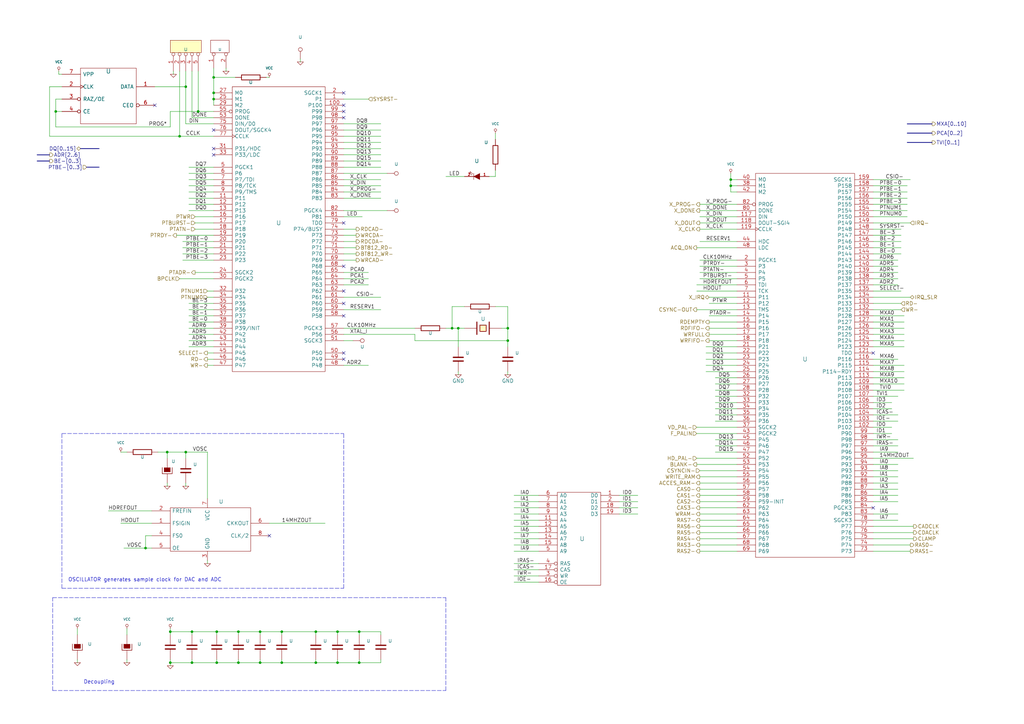
<source format=kicad_sch>
(kicad_sch (version 20220822) (generator eeschema)
  (paper "A3")
  (title_block (title "Video") (date "Sun 22 Mar 2015") (rev "2.0B") (company "Kicad EDA") (comment 1 "Xilinxs"))
  (junction (at 129.54 271.78) (diameter 0.9144))
  (junction (at 106.68 271.78) (diameter 0.9144))
  (junction (at 115.57 259.08) (diameter 0.9144))
  (junction (at 73.66 55.88) (diameter 0.9144))
  (junction (at 147.32 271.78) (diameter 0.9144))
  (junction (at 97.79 259.08) (diameter 0.9144))
  (junction (at 147.32 259.08) (diameter 0.9144))
  (junction (at 208.28 134.62) (diameter 0.9144))
  (junction (at 106.68 259.08) (diameter 0.9144))
  (junction (at 97.79 271.78) (diameter 0.9144))
  (junction (at 87.63 31.75) (diameter 0.9144))
  (junction (at 87.63 38.1) (diameter 0.9144))
  (junction (at 78.74 271.78) (diameter 0.9144))
  (junction (at 138.43 271.78) (diameter 0.9144))
  (junction (at 81.28 45.72) (diameter 0.9144))
  (junction (at 69.85 259.08) (diameter 0.9144))
  (junction (at 76.2 35.56) (diameter 0.9144))
  (junction (at 138.43 259.08) (diameter 0.9144))
  (junction (at 299.72 76.2) (diameter 0.9144))
  (junction (at 69.85 271.78) (diameter 0.9144))
  (junction (at 129.54 259.08) (diameter 0.9144))
  (junction (at 76.2 185.42) (diameter 0.9144))
  (junction (at 299.72 73.66) (diameter 0.9144))
  (junction (at 185.42 134.62) (diameter 0.9144))
  (junction (at 115.57 271.78) (diameter 0.9144))
  (junction (at 78.74 259.08) (diameter 0.9144))
  (junction (at 88.9 259.08) (diameter 0.9144))
  (junction (at 22.86 45.72) (diameter 0.9144))
  (junction (at 88.9 271.78) (diameter 0.9144))
  (junction (at 59.69 224.79) (diameter 0.9144))
  (junction (at 68.58 185.42) (diameter 0.9144))
  (junction (at 187.96 134.62) (diameter 0.9144))
  (junction (at 87.63 40.64) (diameter 0.9144))
  (junction (at 208.28 139.7) (diameter 0.9144))
  (no_connect (at 140.97 119.38))
  (no_connect (at 140.97 45.72))
  (no_connect (at 140.97 109.22))
  (no_connect (at 87.63 60.96))
  (no_connect (at 140.97 43.18))
  (no_connect (at 140.97 38.1))
  (no_connect (at 358.14 144.78))
  (no_connect (at 140.97 129.54))
  (no_connect (at 140.97 147.32))
  (no_connect (at 140.97 124.46))
  (no_connect (at 358.14 208.28))
  (no_connect (at 63.5 43.18))
  (no_connect (at 140.97 144.78))
  (no_connect (at 87.63 63.5))
  (no_connect (at 140.97 91.44))
  (no_connect (at 110.49 219.71))
  (no_connect (at 140.97 48.26))
  (no_connect (at 87.63 53.34))
  (wire (pts (xy 76.2 185.42) (xy 85.09 185.42)))
  (wire (pts (xy 73.66 55.88) (xy 87.63 55.88)))
  (wire (pts (xy 129.54 271.78) (xy 138.43 271.78)))
  (wire (pts (xy 85.09 149.86) (xy 87.63 149.86)))
  (wire (pts (xy 220.98 220.98) (xy 210.82 220.98)))
  (wire (pts (xy 287.02 210.82) (xy 302.26 210.82)))
  (wire (pts (xy 78.74 29.21) (xy 78.74 48.26)))
  (wire (pts (xy 358.14 162.56) (xy 368.3 162.56)))
  (wire (pts (xy 87.63 132.08) (xy 77.47 132.08)))
  (wire (pts (xy 78.74 48.26) (xy 87.63 48.26)))
  (wire (pts (xy 203.2 54.61) (xy 203.2 57.15)))
  (wire (pts (xy 208.28 125.73) (xy 208.28 134.62)))
  (wire (pts (xy 358.14 139.7) (xy 370.84 139.7)))
  (wire (pts (xy 140.97 101.6) (xy 146.05 101.6)))
  (wire (pts (xy 302.26 152.4) (xy 289.56 152.4)))
  (wire (pts (xy 24.13 30.48) (xy 25.4 30.48)))
  (wire (pts (xy 302.26 137.16) (xy 290.83 137.16)))
  (wire (pts (xy 68.58 199.39) (xy 68.58 198.12)))
  (wire (pts (xy 299.72 78.74) (xy 302.26 78.74)))
  (wire (pts (xy 358.14 177.8) (xy 365.76 177.8)))
  (wire (pts (xy 368.3 182.88) (xy 358.14 182.88)))
  (wire (pts (xy 287.02 208.28) (xy 302.26 208.28)))
  (wire (pts (xy 140.97 121.92) (xy 156.21 121.92)))
  (wire (pts (xy 358.14 154.94) (xy 370.84 154.94)))
  (wire (pts (xy 77.47 76.2) (xy 87.63 76.2)))
  (wire (pts (xy 52.07 271.78) (xy 52.07 270.51)))
  (wire (pts (xy 358.14 147.32) (xy 368.3 147.32)))
  (wire (pts (xy 140.97 50.8) (xy 156.21 50.8)))
  (wire (pts (xy 115.57 259.08) (xy 115.57 260.35)))
  (wire (pts (xy 358.14 187.96) (xy 374.65 187.96)))
  (wire (pts (xy 123.19 24.13) (xy 123.19 25.4)))
  (wire (pts (xy 358.14 175.26) (xy 365.76 175.26)))
  (wire (pts (xy 287.02 193.04) (xy 302.26 193.04)))
  (wire (pts (xy 299.72 73.66) (xy 302.26 73.66)))
  (wire (pts (xy 287.02 226.06) (xy 302.26 226.06)))
  (wire (pts (xy 302.26 114.3) (xy 287.02 114.3)))
  (wire (pts (xy 140.97 86.36) (xy 158.75 86.36)))
  (wire (pts (xy 187.96 153.67) (xy 187.96 152.4)))
  (bus (pts (xy 33.02 60.96) (xy 40.64 60.96)))
  (wire (pts (xy 220.98 218.44) (xy 210.82 218.44)))
  (wire (pts (xy 254 210.82) (xy 261.62 210.82)))
  (wire (pts (xy 87.63 139.7) (xy 77.47 139.7)))
  (wire (pts (xy 52.07 185.42) (xy 49.53 185.42)))
  (wire (pts (xy 140.97 104.14) (xy 146.05 104.14)))
  (wire (pts (xy 287.02 203.2) (xy 302.26 203.2)))
  (wire (pts (xy 220.98 205.74) (xy 210.82 205.74)))
  (wire (pts (xy 20.32 35.56) (xy 20.32 55.88)))
  (wire (pts (xy 140.97 53.34) (xy 156.21 53.34)))
  (wire (pts (xy 87.63 129.54) (xy 77.47 129.54)))
  (wire (pts (xy 140.97 78.74) (xy 156.21 78.74)))
  (wire (pts (xy 302.26 147.32) (xy 289.56 147.32)))
  (wire (pts (xy 293.37 167.64) (xy 302.26 167.64)))
  (wire (pts (xy 138.43 271.78) (xy 147.32 271.78)))
  (wire (pts (xy 358.14 223.52) (xy 373.38 223.52)))
  (wire (pts (xy 299.72 71.12) (xy 299.72 73.66)))
  (wire (pts (xy 69.85 45.72) (xy 81.28 45.72)))
  (wire (pts (xy 140.97 73.66) (xy 156.21 73.66)))
  (wire (pts (xy 293.37 185.42) (xy 302.26 185.42)))
  (wire (pts (xy 290.83 134.62) (xy 302.26 134.62)))
  (wire (pts (xy 358.14 160.02) (xy 370.84 160.02)))
  (wire (pts (xy 77.47 86.36) (xy 87.63 86.36)))
  (wire (pts (xy 170.18 139.7) (xy 170.18 137.16)))
  (wire (pts (xy 69.85 271.78) (xy 69.85 273.05)))
  (wire (pts (xy 140.97 68.58) (xy 156.21 68.58)))
  (wire (pts (xy 182.88 72.39) (xy 190.5 72.39)))
  (wire (pts (xy 290.83 139.7) (xy 302.26 139.7)))
  (wire (pts (xy 88.9 259.08) (xy 88.9 260.35)))
  (wire (pts (xy 358.14 215.9) (xy 374.65 215.9)))
  (wire (pts (xy 52.07 257.81) (xy 52.07 260.35)))
  (wire (pts (xy 88.9 270.51) (xy 88.9 271.78)))
  (wire (pts (xy 369.57 96.52) (xy 358.14 96.52)))
  (wire (pts (xy 88.9 271.78) (xy 97.79 271.78)))
  (wire (pts (xy 358.14 134.62) (xy 370.84 134.62)))
  (wire (pts (xy 287.02 93.98) (xy 302.26 93.98)))
  (polyline (pts (xy 25.4 177.8) (xy 140.97 177.8)) (stroke (width 0) (type dash)))
  (wire (pts (xy 368.3 203.2) (xy 358.14 203.2)))
  (wire (pts (xy 140.97 139.7) (xy 144.78 139.7)))
  (wire (pts (xy 368.3 198.12) (xy 358.14 198.12)))
  (wire (pts (xy 358.14 73.66) (xy 373.38 73.66)))
  (wire (pts (xy 156.21 271.78) (xy 156.21 270.51)))
  (wire (pts (xy 87.63 38.1) (xy 87.63 40.64)))
  (wire (pts (xy 129.54 259.08) (xy 138.43 259.08)))
  (wire (pts (xy 140.97 76.2) (xy 156.21 76.2)))
  (wire (pts (xy 80.01 93.98) (xy 87.63 93.98)))
  (wire (pts (xy 220.98 213.36) (xy 210.82 213.36)))
  (wire (pts (xy 140.97 106.68) (xy 146.05 106.68)))
  (wire (pts (xy 24.13 29.21) (xy 24.13 30.48)))
  (wire (pts (xy 358.14 165.1) (xy 365.76 165.1)))
  (wire (pts (xy 115.57 271.78) (xy 129.54 271.78)))
  (wire (pts (xy 77.47 71.12) (xy 87.63 71.12)))
  (wire (pts (xy 88.9 259.08) (xy 97.79 259.08)))
  (wire (pts (xy 87.63 101.6) (xy 74.93 101.6)))
  (wire (pts (xy 147.32 271.78) (xy 156.21 271.78)))
  (wire (pts (xy 302.26 109.22) (xy 287.02 109.22)))
  (wire (pts (xy 372.11 88.9) (xy 358.14 88.9)))
  (wire (pts (xy 140.97 81.28) (xy 156.21 81.28)))
  (wire (pts (xy 372.11 83.82) (xy 358.14 83.82)))
  (wire (pts (xy 358.14 149.86) (xy 370.84 149.86)))
  (wire (pts (xy 254 205.74) (xy 261.62 205.74)))
  (wire (pts (xy 293.37 162.56) (xy 302.26 162.56)))
  (wire (pts (xy 368.3 172.72) (xy 358.14 172.72)))
  (wire (pts (xy 358.14 91.44) (xy 373.38 91.44)))
  (wire (pts (xy 372.11 86.36) (xy 358.14 86.36)))
  (bus (pts (xy 15.24 63.5) (xy 20.32 63.5)))
  (wire (pts (xy 69.85 259.08) (xy 69.85 260.35)))
  (polyline (pts (xy 25.4 241.3) (xy 140.97 241.3)) (stroke (width 0) (type dash)))
  (wire (pts (xy 299.72 73.66) (xy 299.72 76.2)))
  (wire (pts (xy 80.01 88.9) (xy 87.63 88.9)))
  (wire (pts (xy 78.74 260.35) (xy 78.74 259.08)))
  (wire (pts (xy 59.69 224.79) (xy 59.69 219.71)))
  (wire (pts (xy 358.14 121.92) (xy 373.38 121.92)))
  (wire (pts (xy 50.8 224.79) (xy 59.69 224.79)))
  (wire (pts (xy 115.57 270.51) (xy 115.57 271.78)))
  (wire (pts (xy 287.02 215.9) (xy 302.26 215.9)))
  (wire (pts (xy 71.12 30.48) (xy 71.12 29.21)))
  (wire (pts (xy 69.85 271.78) (xy 78.74 271.78)))
  (wire (pts (xy 140.97 111.76) (xy 151.13 111.76)))
  (wire (pts (xy 358.14 142.24) (xy 370.84 142.24)))
  (bus (pts (xy 372.11 50.8) (xy 382.27 50.8)))
  (wire (pts (xy 220.98 238.76) (xy 210.82 238.76)))
  (wire (pts (xy 77.47 83.82) (xy 87.63 83.82)))
  (wire (pts (xy 140.97 99.06) (xy 146.05 99.06)))
  (wire (pts (xy 110.49 31.75) (xy 109.22 31.75)))
  (wire (pts (xy 140.97 88.9) (xy 148.59 88.9)))
  (wire (pts (xy 138.43 259.08) (xy 147.32 259.08)))
  (wire (pts (xy 77.47 81.28) (xy 87.63 81.28)))
  (wire (pts (xy 285.75 177.8) (xy 302.26 177.8)))
  (wire (pts (xy 287.02 223.52) (xy 302.26 223.52)))
  (wire (pts (xy 140.97 93.98) (xy 146.05 93.98)))
  (wire (pts (xy 205.74 134.62) (xy 208.28 134.62)))
  (wire (pts (xy 368.3 210.82) (xy 358.14 210.82)))
  (wire (pts (xy 182.88 134.62) (xy 185.42 134.62)))
  (bus (pts (xy 15.24 66.04) (xy 20.32 66.04)))
  (wire (pts (xy 358.14 132.08) (xy 370.84 132.08)))
  (wire (pts (xy 156.21 127) (xy 140.97 127)))
  (wire (pts (xy 287.02 200.66) (xy 302.26 200.66)))
  (wire (pts (xy 287.02 88.9) (xy 302.26 88.9)))
  (wire (pts (xy 77.47 73.66) (xy 87.63 73.66)))
  (wire (pts (xy 368.3 205.74) (xy 358.14 205.74)))
  (wire (pts (xy 85.09 144.78) (xy 87.63 144.78)))
  (wire (pts (xy 208.28 134.62) (xy 208.28 139.7)))
  (wire (pts (xy 87.63 27.94) (xy 87.63 31.75)))
  (polyline (pts (xy 21.59 283.21) (xy 182.88 283.21)) (stroke (width 0) (type dash)))
  (wire (pts (xy 76.2 35.56) (xy 76.2 50.8)))
  (wire (pts (xy 20.32 55.88) (xy 73.66 55.88)))
  (wire (pts (xy 187.96 134.62) (xy 187.96 142.24)))
  (wire (pts (xy 302.26 99.06) (xy 287.02 99.06)))
  (wire (pts (xy 358.14 106.68) (xy 368.3 106.68)))
  (wire (pts (xy 78.74 270.51) (xy 78.74 271.78)))
  (wire (pts (xy 85.09 147.32) (xy 87.63 147.32)))
  (wire (pts (xy 85.09 119.38) (xy 87.63 119.38)))
  (wire (pts (xy 140.97 116.84) (xy 151.13 116.84)))
  (wire (pts (xy 285.75 187.96) (xy 302.26 187.96)))
  (wire (pts (xy 358.14 129.54) (xy 370.84 129.54)))
  (wire (pts (xy 220.98 215.9) (xy 210.82 215.9)))
  (wire (pts (xy 92.71 29.21) (xy 92.71 27.94)))
  (wire (pts (xy 76.2 185.42) (xy 76.2 187.96)))
  (wire (pts (xy 293.37 165.1) (xy 302.26 165.1)))
  (wire (pts (xy 368.3 180.34) (xy 358.14 180.34)))
  (wire (pts (xy 22.86 40.64) (xy 22.86 45.72)))
  (wire (pts (xy 76.2 199.39) (xy 76.2 198.12)))
  (wire (pts (xy 72.39 96.52) (xy 87.63 96.52)))
  (wire (pts (xy 44.45 209.55) (xy 62.23 209.55)))
  (wire (pts (xy 369.57 104.14) (xy 358.14 104.14)))
  (polyline (pts (xy 21.59 245.11) (xy 182.88 245.11)) (stroke (width 0) (type dash)))
  (wire (pts (xy 77.47 68.58) (xy 87.63 68.58)))
  (wire (pts (xy 151.13 149.86) (xy 140.97 149.86)))
  (wire (pts (xy 287.02 86.36) (xy 302.26 86.36)))
  (wire (pts (xy 372.11 78.74) (xy 358.14 78.74)))
  (wire (pts (xy 302.26 142.24) (xy 289.56 142.24)))
  (wire (pts (xy 63.5 35.56) (xy 76.2 35.56)))
  (wire (pts (xy 87.63 134.62) (xy 77.47 134.62)))
  (wire (pts (xy 220.98 226.06) (xy 210.82 226.06)))
  (wire (pts (xy 31.75 271.78) (xy 31.75 270.51)))
  (wire (pts (xy 69.85 52.07) (xy 69.85 45.72)))
  (wire (pts (xy 368.3 190.5) (xy 358.14 190.5)))
  (wire (pts (xy 187.96 134.62) (xy 190.5 134.62)))
  (wire (pts (xy 147.32 259.08) (xy 147.32 260.35)))
  (wire (pts (xy 368.3 213.36) (xy 358.14 213.36)))
  (wire (pts (xy 287.02 83.82) (xy 302.26 83.82)))
  (wire (pts (xy 185.42 125.73) (xy 190.5 125.73)))
  (wire (pts (xy 358.14 119.38) (xy 369.57 119.38)))
  (wire (pts (xy 287.02 106.68) (xy 302.26 106.68)))
  (wire (pts (xy 208.28 139.7) (xy 208.28 142.24)))
  (wire (pts (xy 25.4 45.72) (xy 22.86 45.72)))
  (wire (pts (xy 129.54 259.08) (xy 129.54 260.35)))
  (wire (pts (xy 85.09 185.42) (xy 85.09 204.47)))
  (wire (pts (xy 185.42 125.73) (xy 185.42 134.62)))
  (wire (pts (xy 68.58 185.42) (xy 76.2 185.42)))
  (wire (pts (xy 358.14 167.64) (xy 365.76 167.64)))
  (wire (pts (xy 293.37 172.72) (xy 302.26 172.72)))
  (wire (pts (xy 358.14 218.44) (xy 374.65 218.44)))
  (bus (pts (xy 35.56 68.58) (xy 40.64 68.58)))
  (wire (pts (xy 77.47 78.74) (xy 87.63 78.74)))
  (wire (pts (xy 68.58 185.42) (xy 68.58 187.96)))
  (wire (pts (xy 368.3 111.76) (xy 358.14 111.76)))
  (wire (pts (xy 22.86 45.72) (xy 22.86 52.07)))
  (wire (pts (xy 49.53 214.63) (xy 62.23 214.63)))
  (wire (pts (xy 87.63 99.06) (xy 74.93 99.06)))
  (wire (pts (xy 59.69 219.71) (xy 62.23 219.71)))
  (bus (pts (xy 372.11 54.61) (xy 382.27 54.61)))
  (wire (pts (xy 287.02 198.12) (xy 302.26 198.12)))
  (wire (pts (xy 140.97 55.88) (xy 156.21 55.88)))
  (wire (pts (xy 156.21 259.08) (xy 156.21 260.35)))
  (wire (pts (xy 85.09 121.92) (xy 87.63 121.92)))
  (wire (pts (xy 293.37 182.88) (xy 302.26 182.88)))
  (wire (pts (xy 368.3 195.58) (xy 358.14 195.58)))
  (wire (pts (xy 185.42 134.62) (xy 187.96 134.62)))
  (wire (pts (xy 140.97 96.52) (xy 146.05 96.52)))
  (wire (pts (xy 287.02 220.98) (xy 302.26 220.98)))
  (wire (pts (xy 138.43 271.78) (xy 138.43 270.51)))
  (wire (pts (xy 302.26 149.86) (xy 289.56 149.86)))
  (wire (pts (xy 106.68 259.08) (xy 106.68 260.35)))
  (wire (pts (xy 64.77 185.42) (xy 68.58 185.42)))
  (wire (pts (xy 140.97 134.62) (xy 170.18 134.62)))
  (wire (pts (xy 220.98 203.2) (xy 210.82 203.2)))
  (wire (pts (xy 287.02 195.58) (xy 302.26 195.58)))
  (wire (pts (xy 368.3 114.3) (xy 358.14 114.3)))
  (wire (pts (xy 81.28 45.72) (xy 87.63 45.72)))
  (wire (pts (xy 129.54 271.78) (xy 129.54 270.51)))
  (wire (pts (xy 299.72 76.2) (xy 302.26 76.2)))
  (wire (pts (xy 78.74 271.78) (xy 88.9 271.78)))
  (wire (pts (xy 358.14 226.06) (xy 373.38 226.06)))
  (wire (pts (xy 147.32 259.08) (xy 156.21 259.08)))
  (wire (pts (xy 97.79 259.08) (xy 106.68 259.08)))
  (wire (pts (xy 358.14 124.46) (xy 369.57 124.46)))
  (wire (pts (xy 106.68 271.78) (xy 115.57 271.78)))
  (wire (pts (xy 368.3 185.42) (xy 358.14 185.42)))
  (wire (pts (xy 59.69 224.79) (xy 62.23 224.79)))
  (wire (pts (xy 285.75 116.84) (xy 302.26 116.84)))
  (wire (pts (xy 254 203.2) (xy 261.62 203.2)))
  (wire (pts (xy 293.37 170.18) (xy 302.26 170.18)))
  (wire (pts (xy 302.26 124.46) (xy 290.83 124.46)))
  (wire (pts (xy 293.37 180.34) (xy 302.26 180.34)))
  (wire (pts (xy 31.75 257.81) (xy 31.75 260.35)))
  (wire (pts (xy 110.49 214.63) (xy 133.35 214.63)))
  (wire (pts (xy 302.26 129.54) (xy 290.83 129.54)))
  (wire (pts (xy 106.68 259.08) (xy 115.57 259.08)))
  (wire (pts (xy 220.98 231.14) (xy 210.82 231.14)))
  (wire (pts (xy 220.98 236.22) (xy 210.82 236.22)))
  (wire (pts (xy 81.28 29.21) (xy 81.28 45.72)))
  (wire (pts (xy 106.68 270.51) (xy 106.68 271.78)))
  (wire (pts (xy 87.63 127) (xy 77.47 127)))
  (wire (pts (xy 69.85 270.51) (xy 69.85 271.78)))
  (wire (pts (xy 220.98 223.52) (xy 210.82 223.52)))
  (wire (pts (xy 203.2 125.73) (xy 208.28 125.73)))
  (wire (pts (xy 147.32 271.78) (xy 147.32 270.51)))
  (wire (pts (xy 140.97 60.96) (xy 156.21 60.96)))
  (wire (pts (xy 69.85 257.81) (xy 69.85 259.08)))
  (wire (pts (xy 368.3 193.04) (xy 358.14 193.04)))
  (wire (pts (xy 358.14 137.16) (xy 370.84 137.16)))
  (wire (pts (xy 293.37 160.02) (xy 302.26 160.02)))
  (polyline (pts (xy 182.88 283.21) (xy 182.88 245.11)) (stroke (width 0) (type dash)))
  (wire (pts (xy 285.75 190.5) (xy 302.26 190.5)))
  (wire (pts (xy 208.28 152.4) (xy 208.28 153.67)))
  (wire (pts (xy 285.75 119.38) (xy 302.26 119.38)))
  (wire (pts (xy 372.11 76.2) (xy 358.14 76.2)))
  (wire (pts (xy 140.97 66.04) (xy 156.21 66.04)))
  (wire (pts (xy 302.26 144.78) (xy 289.56 144.78)))
  (wire (pts (xy 87.63 104.14) (xy 74.93 104.14)))
  (wire (pts (xy 220.98 208.28) (xy 210.82 208.28)))
  (wire (pts (xy 203.2 72.39) (xy 203.2 69.85)))
  (wire (pts (xy 140.97 114.3) (xy 151.13 114.3)))
  (wire (pts (xy 87.63 40.64) (xy 87.63 43.18)))
  (wire (pts (xy 220.98 210.82) (xy 210.82 210.82)))
  (wire (pts (xy 87.63 142.24) (xy 77.47 142.24)))
  (wire (pts (xy 302.26 111.76) (xy 287.02 111.76)))
  (wire (pts (xy 285.75 175.26) (xy 302.26 175.26)))
  (wire (pts (xy 369.57 99.06) (xy 358.14 99.06)))
  (wire (pts (xy 372.11 81.28) (xy 358.14 81.28)))
  (wire (pts (xy 369.57 93.98) (xy 358.14 93.98)))
  (wire (pts (xy 287.02 218.44) (xy 302.26 218.44)))
  (wire (pts (xy 299.72 76.2) (xy 299.72 78.74)))
  (wire (pts (xy 368.3 109.22) (xy 358.14 109.22)))
  (wire (pts (xy 138.43 259.08) (xy 138.43 260.35)))
  (wire (pts (xy 358.14 220.98) (xy 374.65 220.98)))
  (wire (pts (xy 87.63 114.3) (xy 73.66 114.3)))
  (wire (pts (xy 254 208.28) (xy 261.62 208.28)))
  (wire (pts (xy 87.63 31.75) (xy 87.63 38.1)))
  (wire (pts (xy 220.98 233.68) (xy 210.82 233.68)))
  (wire (pts (xy 302.26 121.92) (xy 290.83 121.92)))
  (wire (pts (xy 302.26 132.08) (xy 290.83 132.08)))
  (wire (pts (xy 151.13 40.64) (xy 140.97 40.64)))
  (polyline (pts (xy 25.4 241.3) (xy 25.4 177.8)) (stroke (width 0) (type dash)))
  (bus (pts (xy 372.11 58.42) (xy 382.27 58.42)))
  (polyline (pts (xy 21.59 283.21) (xy 21.59 245.11)) (stroke (width 0) (type dash)))
  (wire (pts (xy 97.79 271.78) (xy 106.68 271.78)))
  (wire (pts (xy 287.02 205.74) (xy 302.26 205.74)))
  (wire (pts (xy 208.28 139.7) (xy 170.18 139.7)))
  (wire (pts (xy 73.66 29.21) (xy 73.66 55.88)))
  (wire (pts (xy 22.86 52.07) (xy 69.85 52.07)))
  (wire (pts (xy 80.01 91.44) (xy 87.63 91.44)))
  (wire (pts (xy 96.52 31.75) (xy 87.63 31.75)))
  (wire (pts (xy 200.66 72.39) (xy 203.2 72.39)))
  (wire (pts (xy 287.02 213.36) (xy 302.26 213.36)))
  (wire (pts (xy 87.63 124.46) (xy 77.47 124.46)))
  (wire (pts (xy 87.63 137.16) (xy 77.47 137.16)))
  (wire (pts (xy 358.14 127) (xy 369.57 127)))
  (wire (pts (xy 358.14 152.4) (xy 370.84 152.4)))
  (wire (pts (xy 25.4 35.56) (xy 20.32 35.56)))
  (wire (pts (xy 87.63 106.68) (xy 74.93 106.68)))
  (wire (pts (xy 358.14 157.48) (xy 370.84 157.48)))
  (wire (pts (xy 97.79 270.51) (xy 97.79 271.78)))
  (polyline (pts (xy 140.97 241.3) (xy 140.97 177.8)) (stroke (width 0) (type dash)))
  (wire (pts (xy 368.3 170.18) (xy 358.14 170.18)))
  (wire (pts (xy 285.75 101.6) (xy 302.26 101.6)))
  (wire (pts (xy 285.75 127) (xy 302.26 127)))
  (wire (pts (xy 140.97 71.12) (xy 158.75 71.12)))
  (wire (pts (xy 369.57 101.6) (xy 358.14 101.6)))
  (wire (pts (xy 25.4 40.64) (xy 22.86 40.64)))
  (wire (pts (xy 85.09 229.87) (xy 85.09 231.14)))
  (wire (pts (xy 76.2 50.8) (xy 87.63 50.8)))
  (wire (pts (xy 140.97 63.5) (xy 156.21 63.5)))
  (wire (pts (xy 69.85 259.08) (xy 78.74 259.08)))
  (wire (pts (xy 76.2 29.21) (xy 76.2 35.56)))
  (wire (pts (xy 368.3 116.84) (xy 358.14 116.84)))
  (wire (pts (xy 287.02 91.44) (xy 302.26 91.44)))
  (wire (pts (xy 78.74 259.08) (xy 88.9 259.08)))
  (wire (pts (xy 115.57 259.08) (xy 129.54 259.08)))
  (wire (pts (xy 368.3 200.66) (xy 358.14 200.66)))
  (wire (pts (xy 80.01 111.76) (xy 87.63 111.76)))
  (wire (pts (xy 302.26 154.94) (xy 293.37 154.94)))
  (wire (pts (xy 140.97 58.42) (xy 156.21 58.42)))
  (wire (pts (xy 170.18 137.16) (xy 140.97 137.16)))
  (wire (pts (xy 97.79 260.35) (xy 97.79 259.08)))
  (wire (pts (xy 302.26 157.48) (xy 293.37 157.48)))
  (text "Decoupling" (at 34.29 280.67 0) (effects (font (size 1.524 1.524)) (justify left bottom)))
  (text "OSCILLATOR generates sample clock for DAC and ADC" (at 27.94 238.76 0) (effects (font (size 1.524 1.524)) (justify left bottom)))
  (label "X_CLK" (at 143.51 73.66 0) (effects (font (size 1.524 1.524))))
  (label "TVI0" (at 360.68 160.02 0) (effects (font (size 1.524 1.524))))
  (label "DQ1" (at 80.01 83.82 0) (effects (font (size 1.524 1.524))))
  (label "CSIO-" (at 146.05 121.92 0) (effects (font (size 1.524 1.524))))
  (label "BE-0" (at 360.68 104.14 0) (effects (font (size 1.524 1.524))))
  (label "IA9" (at 213.36 226.06 0) (effects (font (size 1.524 1.524))))
  (label "IA3" (at 360.68 200.66 0) (effects (font (size 1.524 1.524))))
  (label "BE-3" (at 78.74 124.46 0) (effects (font (size 1.524 1.524))))
  (label "RESERV1" (at 143.51 127 0) (effects (font (size 1.524 1.524))))
  (label "DQ11" (at 146.05 58.42 0) (effects (font (size 1.524 1.524))))
  (label "DQ0" (at 80.01 86.36 0) (effects (font (size 1.524 1.524))))
  (label "ID2" (at 255.27 208.28 0) (effects (font (size 1.524 1.524))))
  (label "MXA8" (at 360.68 152.4 0) (effects (font (size 1.524 1.524))))
  (label "MXA2" (at 360.68 134.62 0) (effects (font (size 1.524 1.524))))
  (label "DONE" (at 78.74 48.26 0) (effects (font (size 1.524 1.524))))
  (label "ADR5" (at 78.74 137.16 0) (effects (font (size 1.524 1.524))))
  (label "MXA1" (at 360.68 132.08 0) (effects (font (size 1.524 1.524))))
  (label "PTBE-2" (at 360.68 81.28 0) (effects (font (size 1.524 1.524))))
  (label "BE-0" (at 78.74 132.08 0) (effects (font (size 1.524 1.524))))
  (label "14MHZOUT" (at 115.57 214.63 0) (effects (font (size 1.524 1.524))))
  (label "DQ5" (at 80.01 76.2 0) (effects (font (size 1.524 1.524))))
  (label "PTBE-1" (at 76.2 101.6 0) (effects (font (size 1.524 1.524))))
  (label "IRAS-" (at 359.41 182.88 0) (effects (font (size 1.524 1.524))))
  (label "HDOUT" (at 288.29 119.38 0) (effects (font (size 1.524 1.524))))
  (label "ADR6" (at 360.68 106.68 0) (effects (font (size 1.524 1.524))))
  (label "X_PROG-" (at 289.56 83.82 0) (effects (font (size 1.524 1.524))))
  (label "DQ1" (at 292.1 144.78 0) (effects (font (size 1.524 1.524))))
  (label "ADR2" (at 142.24 149.86 0) (effects (font (size 1.524 1.524))))
  (label "PTBE-3" (at 360.68 83.82 0) (effects (font (size 1.524 1.524))))
  (label "PCA1" (at 143.51 114.3 0) (effects (font (size 1.524 1.524))))
  (label "IA4" (at 213.36 213.36 0) (effects (font (size 1.524 1.524))))
  (label "DQ4" (at 292.1 152.4 0) (effects (font (size 1.524 1.524))))
  (label "ADR3" (at 360.68 114.3 0) (effects (font (size 1.524 1.524))))
  (label "MXA6" (at 360.68 147.32 0) (effects (font (size 1.524 1.524))))
  (label "DIN" (at 77.47 50.8 0) (effects (font (size 1.524 1.524))))
  (label "MXA4" (at 360.68 139.7 0) (effects (font (size 1.524 1.524))))
  (label "IA7" (at 360.68 213.36 0) (effects (font (size 1.524 1.524))))
  (label "DQ11" (at 294.64 170.18 0) (effects (font (size 1.524 1.524))))
  (label "DQ2" (at 80.01 81.28 0) (effects (font (size 1.524 1.524))))
  (label "DQ9" (at 294.64 165.1 0) (effects (font (size 1.524 1.524))))
  (label "X_DONE" (at 289.56 86.36 0) (effects (font (size 1.524 1.524))))
  (label "PTADR-" (at 290.83 129.54 0) (effects (font (size 1.524 1.524))))
  (label "HDREFOUT" (at 44.45 209.55 0) (effects (font (size 1.524 1.524))))
  (label "IA8" (at 213.36 223.52 0) (effects (font (size 1.524 1.524))))
  (label "IA2" (at 360.68 198.12 0) (effects (font (size 1.524 1.524))))
  (label "ADR4" (at 360.68 111.76 0) (effects (font (size 1.524 1.524))))
  (label "BE-1" (at 360.68 101.6 0) (effects (font (size 1.524 1.524))))
  (label "DQ7" (at 80.01 68.58 0) (effects (font (size 1.524 1.524))))
  (label "PTNUM0" (at 360.68 88.9 0) (effects (font (size 1.524 1.524))))
  (label "ID1" (at 255.27 205.74 0) (effects (font (size 1.524 1.524))))
  (label "HDOUT" (at 49.53 214.63 0) (effects (font (size 1.524 1.524))))
  (label "X_DIN" (at 289.56 88.9 0) (effects (font (size 1.524 1.524))))
  (label "IA1" (at 360.68 195.58 0) (effects (font (size 1.524 1.524))))
  (label "MXA5" (at 360.68 142.24 0) (effects (font (size 1.524 1.524))))
  (label "DQ9" (at 146.05 53.34 0) (effects (font (size 1.524 1.524))))
  (label "IA8" (at 360.68 193.04 0) (effects (font (size 1.524 1.524))))
  (label "DQ0" (at 292.1 142.24 0) (effects (font (size 1.524 1.524))))
  (label "MXA0" (at 360.68 129.54 0) (effects (font (size 1.524 1.524))))
  (label "RESERV1" (at 289.56 99.06 0) (effects (font (size 1.524 1.524))))
  (label "DQ5" (at 294.64 154.94 0) (effects (font (size 1.524 1.524))))
  (label "PTBE-3" (at 76.2 106.68 0) (effects (font (size 1.524 1.524))))
  (label "ICAS-" (at 359.41 170.18 0) (effects (font (size 1.524 1.524))))
  (label "VOSC" (at 52.07 224.79 0) (effects (font (size 1.524 1.524))))
  (label "TVI1" (at 359.41 162.56 0) (effects (font (size 1.524 1.524))))
  (label "ADR5" (at 360.68 109.22 0) (effects (font (size 1.524 1.524))))
  (label "ADR2" (at 360.68 116.84 0) (effects (font (size 1.524 1.524))))
  (label "DQ14" (at 146.05 68.58 0) (effects (font (size 1.524 1.524))))
  (label "IA7" (at 213.36 220.98 0) (effects (font (size 1.524 1.524))))
  (label "LED" (at 142.24 88.9 0) (effects (font (size 1.524 1.524))))
  (label "DQ15" (at 146.05 66.04 0) (effects (font (size 1.524 1.524))))
  (label "ICAS-" (at 212.09 233.68 0) (effects (font (size 1.524 1.524))))
  (label "MXA7" (at 360.68 149.86 0) (effects (font (size 1.524 1.524))))
  (label "MXA9" (at 360.68 154.94 0) (effects (font (size 1.524 1.524))))
  (label "PCA0" (at 143.51 111.76 0) (effects (font (size 1.524 1.524))))
  (label "VOSC" (at 85.09 185.42 0) (effects (font (size 1.524 1.524))))
  (label "CLK10MHz" (at 288.29 106.68 0) (effects (font (size 1.524 1.524))))
  (label "X_DOUT" (at 289.56 91.44 0) (effects (font (size 1.524 1.524))))
  (label "IA5" (at 213.36 215.9 0) (effects (font (size 1.524 1.524))))
  (label "PCA2" (at 143.51 116.84 0) (effects (font (size 1.524 1.524))))
  (label "MXA3" (at 360.68 137.16 0) (effects (font (size 1.524 1.524))))
  (label "DQ8" (at 146.05 50.8 0) (effects (font (size 1.524 1.524))))
  (label "PTWR" (at 292.1 124.46 0) (effects (font (size 1.524 1.524))))
  (label "IA6" (at 213.36 218.44 0) (effects (font (size 1.524 1.524))))
  (label "IA4" (at 360.68 203.2 0) (effects (font (size 1.524 1.524))))
  (label "X_PROG-" (at 143.51 78.74 0) (effects (font (size 1.524 1.524))))
  (label "SYSRST-" (at 360.68 93.98 0) (effects (font (size 1.524 1.524))))
  (label "BE-3" (at 360.68 96.52 0) (effects (font (size 1.524 1.524))))
  (label "DQ13" (at 146.05 63.5 0) (effects (font (size 1.524 1.524))))
  (label "XTAL_I" (at 143.51 137.16 0) (effects (font (size 1.524 1.524))))
  (label "DQ12" (at 146.05 60.96 0) (effects (font (size 1.524 1.524))))
  (label "CCLK" (at 76.2 55.88 0) (effects (font (size 1.524 1.524))))
  (label "ADR4" (at 78.74 139.7 0) (effects (font (size 1.524 1.524))))
  (label "PROG*" (at 60.96 52.07 0) (effects (font (size 1.524 1.524))))
  (label "DQ3" (at 292.1 149.86 0) (effects (font (size 1.524 1.524))))
  (label "ID1" (at 359.41 177.8 0) (effects (font (size 1.524 1.524))))
  (label "PTATN-" (at 288.29 111.76 0) (effects (font (size 1.524 1.524))))
  (label "IWR-" (at 212.09 236.22 0) (effects (font (size 1.524 1.524))))
  (label "IWR-" (at 359.41 180.34 0) (effects (font (size 1.524 1.524))))
  (label "ID3" (at 359.41 165.1 0) (effects (font (size 1.524 1.524))))
  (label "IA2" (at 213.36 208.28 0) (effects (font (size 1.524 1.524))))
  (label "IA1" (at 213.36 205.74 0) (effects (font (size 1.524 1.524))))
  (label "PTNUM1" (at 360.68 86.36 0) (effects (font (size 1.524 1.524))))
  (label "DQ6" (at 294.64 157.48 0) (effects (font (size 1.524 1.524))))
  (label "IOE-" (at 359.41 172.72 0) (effects (font (size 1.524 1.524))))
  (label "PTRDY-" (at 288.29 109.22 0) (effects (font (size 1.524 1.524))))
  (label "DQ13" (at 294.64 180.34 0) (effects (font (size 1.524 1.524))))
  (label "IA3" (at 213.36 210.82 0) (effects (font (size 1.524 1.524))))
  (label "DQ12" (at 294.64 172.72 0) (effects (font (size 1.524 1.524))))
  (label "ID3" (at 255.27 210.82 0) (effects (font (size 1.524 1.524))))
  (label "X_DONE" (at 143.51 81.28 0) (effects (font (size 1.524 1.524))))
  (label "PTBE-0" (at 76.2 99.06 0) (effects (font (size 1.524 1.524))))
  (label "X_DIN" (at 143.51 76.2 0) (effects (font (size 1.524 1.524))))
  (label "BE-2" (at 78.74 127 0) (effects (font (size 1.524 1.524))))
  (label "IA0" (at 360.68 190.5 0) (effects (font (size 1.524 1.524))))
  (label "ADR6" (at 78.74 134.62 0) (effects (font (size 1.524 1.524))))
  (label "PTBE-0" (at 360.68 76.2 0) (effects (font (size 1.524 1.524))))
  (label "PTBE-2" (at 76.2 104.14 0) (effects (font (size 1.524 1.524))))
  (label "DQ4" (at 80.01 78.74 0) (effects (font (size 1.524 1.524))))
  (label "HDREFOUT" (at 288.29 116.84 0) (effects (font (size 1.524 1.524))))
  (label "BE-2" (at 360.68 99.06 0) (effects (font (size 1.524 1.524))))
  (label "DQ3" (at 80.01 73.66 0) (effects (font (size 1.524 1.524))))
  (label "IOE-" (at 212.09 238.76 0) (effects (font (size 1.524 1.524))))
  (label "IA5" (at 360.68 205.74 0) (effects (font (size 1.524 1.524))))
  (label "DQ14" (at 294.64 182.88 0) (effects (font (size 1.524 1.524))))
  (label "14MHZOUT" (at 360.68 187.96 0) (effects (font (size 1.524 1.524))))
  (label "IA6" (at 360.68 210.82 0) (effects (font (size 1.524 1.524))))
  (label "IRAS-" (at 212.09 231.14 0) (effects (font (size 1.524 1.524))))
  (label "IA0" (at 213.36 203.2 0) (effects (font (size 1.524 1.524))))
  (label "PTBURST-" (at 288.29 114.3 0) (effects (font (size 1.524 1.524))))
  (label "PTBE-1" (at 360.68 78.74 0) (effects (font (size 1.524 1.524))))
  (label "ID0" (at 255.27 203.2 0) (effects (font (size 1.524 1.524))))
  (label "ID0" (at 359.41 175.26 0) (effects (font (size 1.524 1.524))))
  (label "X_CLK" (at 289.56 93.98 0) (effects (font (size 1.524 1.524))))
  (label "CLK10MHz" (at 142.24 134.62 0) (effects (font (size 1.524 1.524))))
  (label "MXA10" (at 360.68 157.48 0) (effects (font (size 1.524 1.524))))
  (label "ID2" (at 359.41 167.64 0) (effects (font (size 1.524 1.524))))
  (label "ADR3" (at 78.74 142.24 0) (effects (font (size 1.524 1.524))))
  (label "DQ8" (at 294.64 162.56 0) (effects (font (size 1.524 1.524))))
  (label "LED" (at 184.15 72.39 0) (effects (font (size 1.524 1.524))))
  (label "DQ10" (at 146.05 55.88 0) (effects (font (size 1.524 1.524))))
  (label "DQ2" (at 292.1 147.32 0) (effects (font (size 1.524 1.524))))
  (label "IA9" (at 360.68 185.42 0) (effects (font (size 1.524 1.524))))
  (label "DQ6" (at 80.01 71.12 0) (effects (font (size 1.524 1.524))))
  (label "DQ7" (at 294.64 160.02 0) (effects (font (size 1.524 1.524))))
  (label "DQ10" (at 294.64 167.64 0) (effects (font (size 1.524 1.524))))
  (label "CSIO-" (at 363.22 73.66 0) (effects (font (size 1.524 1.524))))
  (label "DQ15" (at 294.64 185.42 0) (effects (font (size 1.524 1.524))))
  (label "BE-1" (at 78.74 129.54 0) (effects (font (size 1.524 1.524))))
  (label "SELECT-" (at 360.68 119.38 0) (effects (font (size 1.524 1.524))))
  (hierarchical_label "RAS7-" (shape output) (at 287.02 213.36 180) (effects (font (size 1.524 1.524))))
  (hierarchical_label "RDEMPTY" (shape output) (at 290.83 132.08 180) (effects (font (size 1.524 1.524))))
  (hierarchical_label "X_DOUT" (shape output) (at 287.02 91.44 180) (effects (font (size 1.524 1.524))))
  (hierarchical_label "PCA[0..2]" (shape output) (at 382.27 54.61 0) (effects (font (size 1.524 1.524))))
  (hierarchical_label "RDFIFO-" (shape output) (at 290.83 134.62 180) (effects (font (size 1.524 1.524))))
  (hierarchical_label "PTNUM1" (shape input) (at 85.09 119.38 180) (effects (font (size 1.524 1.524))))
  (hierarchical_label "X_IRQ" (shape bidirectional) (at 290.83 121.92 180) (effects (font (size 1.524 1.524))))
  (hierarchical_label "CSYNC-OUT" (shape output) (at 285.75 127 180) (effects (font (size 1.524 1.524))))
  (hierarchical_label "RAS4-" (shape output) (at 287.02 220.98 180) (effects (font (size 1.524 1.524))))
  (hierarchical_label "PTATN-" (shape input) (at 80.01 93.98 180) (effects (font (size 1.524 1.524))))
  (hierarchical_label "WRITE_RAM" (shape output) (at 287.02 195.58 180) (effects (font (size 1.524 1.524))))
  (hierarchical_label "ACQ_ON" (shape output) (at 285.75 101.6 180) (effects (font (size 1.524 1.524))))
  (hierarchical_label "X_PROG-" (shape output) (at 287.02 83.82 180) (effects (font (size 1.524 1.524))))
  (hierarchical_label "WR-" (shape input) (at 369.57 127 0) (effects (font (size 1.524 1.524))))
  (hierarchical_label "CSYNCIN-" (shape input) (at 287.02 193.04 180) (effects (font (size 1.524 1.524))))
  (hierarchical_label "CAS1-" (shape output) (at 287.02 203.2 180) (effects (font (size 1.524 1.524))))
  (hierarchical_label "HD_PAL-" (shape input) (at 285.75 187.96 180) (effects (font (size 1.524 1.524))))
  (hierarchical_label "PTWR" (shape input) (at 80.01 88.9 180) (effects (font (size 1.524 1.524))))
  (hierarchical_label "BE-[0..3]" (shape output) (at 20.32 66.04 0) (effects (font (size 1.524 1.524))))
  (hierarchical_label "PTRDY-" (shape output) (at 72.39 96.52 180) (effects (font (size 1.524 1.524))))
  (hierarchical_label "ADR[2..6]" (shape output) (at 20.32 63.5 0) (effects (font (size 1.524 1.524))))
  (hierarchical_label "WRCAD-" (shape output) (at 146.05 106.68 0) (effects (font (size 1.524 1.524))))
  (hierarchical_label "PTBURST-" (shape input) (at 80.01 91.44 180) (effects (font (size 1.524 1.524))))
  (hierarchical_label "BPCLK" (shape input) (at 73.66 114.3 180) (effects (font (size 1.524 1.524))))
  (hierarchical_label "RAS0-" (shape output) (at 373.38 223.52 0) (effects (font (size 1.524 1.524))))
  (hierarchical_label "IRQ-" (shape input) (at 373.38 91.44 0) (effects (font (size 1.524 1.524))))
  (hierarchical_label "SELECT-" (shape output) (at 85.09 144.78 180) (effects (font (size 1.524 1.524))))
  (hierarchical_label "MXA[0..10]" (shape output) (at 382.27 50.8 0) (effects (font (size 1.524 1.524))))
  (hierarchical_label "RD-" (shape output) (at 85.09 147.32 180) (effects (font (size 1.524 1.524))))
  (hierarchical_label "CLAMP" (shape output) (at 374.65 220.98 0) (effects (font (size 1.524 1.524))))
  (hierarchical_label "SYSRST-" (shape input) (at 151.13 40.64 0) (effects (font (size 1.524 1.524))))
  (hierarchical_label "WRAM-" (shape output) (at 287.02 210.82 180) (effects (font (size 1.524 1.524))))
  (hierarchical_label "ACCES_RAM-" (shape output) (at 287.02 198.12 180) (effects (font (size 1.524 1.524))))
  (hierarchical_label "X_DONE" (shape output) (at 287.02 86.36 180) (effects (font (size 1.524 1.524))))
  (hierarchical_label "TVI[0..1]" (shape output) (at 382.27 58.42 0) (effects (font (size 1.524 1.524))))
  (hierarchical_label "RDCAD-" (shape output) (at 146.05 93.98 0) (effects (font (size 1.524 1.524))))
  (hierarchical_label "X_CLK" (shape output) (at 287.02 93.98 180) (effects (font (size 1.524 1.524))))
  (hierarchical_label "RAS6-" (shape output) (at 287.02 215.9 180) (effects (font (size 1.524 1.524))))
  (hierarchical_label "BLANK-" (shape output) (at 285.75 190.5 180) (effects (font (size 1.524 1.524))))
  (hierarchical_label "BT812_WR-" (shape output) (at 146.05 104.14 0) (effects (font (size 1.524 1.524))))
  (hierarchical_label "CAS2-" (shape output) (at 287.02 205.74 180) (effects (font (size 1.524 1.524))))
  (hierarchical_label "PTBE-[0..3]" (shape input) (at 35.56 68.58 180) (effects (font (size 1.524 1.524))))
  (hierarchical_label "RAS3-" (shape output) (at 287.02 223.52 180) (effects (font (size 1.524 1.524))))
  (hierarchical_label "RAS2-" (shape output) (at 287.02 226.06 180) (effects (font (size 1.524 1.524))))
  (hierarchical_label "WRFIFO-" (shape output) (at 290.83 139.7 180) (effects (font (size 1.524 1.524))))
  (hierarchical_label "CADCLK" (shape output) (at 374.65 215.9 0) (effects (font (size 1.524 1.524))))
  (hierarchical_label "RD-" (shape input) (at 369.57 124.46 0) (effects (font (size 1.524 1.524))))
  (hierarchical_label "CAS0-" (shape output) (at 287.02 200.66 180) (effects (font (size 1.524 1.524))))
  (hierarchical_label "RAS1-" (shape output) (at 373.38 226.06 0) (effects (font (size 1.524 1.524))))
  (hierarchical_label "RDCDA-" (shape output) (at 146.05 99.06 0) (effects (font (size 1.524 1.524))))
  (hierarchical_label "PTNUM0" (shape input) (at 85.09 121.92 180) (effects (font (size 1.524 1.524))))
  (hierarchical_label "IRQ_SLR" (shape bidirectional) (at 373.38 121.92 0) (effects (font (size 1.524 1.524))))
  (hierarchical_label "DQ[0..15]" (shape tri_state) (at 33.02 60.96 180) (effects (font (size 1.524 1.524))))
  (hierarchical_label "WRCDA-" (shape output) (at 146.05 96.52 0) (effects (font (size 1.524 1.524))))
  (hierarchical_label "CAS3-" (shape output) (at 287.02 208.28 180) (effects (font (size 1.524 1.524))))
  (hierarchical_label "BT812_RD-" (shape output) (at 146.05 101.6 0) (effects (font (size 1.524 1.524))))
  (hierarchical_label "PTADR-" (shape output) (at 80.01 111.76 180) (effects (font (size 1.524 1.524))))
  (hierarchical_label "CDACLK" (shape output) (at 374.65 218.44 0) (effects (font (size 1.524 1.524))))
  (hierarchical_label "F_PALIN" (shape input) (at 285.75 177.8 180) (effects (font (size 1.524 1.524))))
  (hierarchical_label "VD_PAL-" (shape input) (at 285.75 175.26 180) (effects (font (size 1.524 1.524))))
  (hierarchical_label "RAS5-" (shape output) (at 287.02 218.44 180) (effects (font (size 1.524 1.524))))
  (hierarchical_label "WR-" (shape output) (at 85.09 149.86 180) (effects (font (size 1.524 1.524))))
  (hierarchical_label "WRFULL" (shape output) (at 290.83 137.16 180) (effects (font (size 1.524 1.524))))
  (symbol (lib_id "video_schlib:GND") (at 68.58 199.39 0) (unit 1)
    (default_instance (reference "U") (unit 1) (value "") (footprint ""))
    (property "Reference" "U" (effects hide))
  )
  (symbol (lib_id "video_schlib:CP") (at 68.58 193.04 0) (unit 1)
    (default_instance (reference "U") (unit 1) (value "") (footprint ""))
    (property "Reference" "U" (at 71.12 189.23 0))
  )
  (symbol (lib_id "video_schlib:AV9173") (at 86.36 217.17 0) (unit 1)
    (default_instance (reference "U") (unit 1) (value "") (footprint ""))
    (property "Reference" "U" (at 90.678 205.74 0) (effects (font (size 1.524 1.524))))
  )
  (symbol (lib_id "video_schlib:GND") (at 85.09 231.14 0) (unit 1)
    (default_instance (reference "U") (unit 1) (value "") (footprint ""))
    (property "Reference" "U" (effects hide))
  )
  (symbol (lib_id "video_schlib:C") (at 115.57 265.43 0) (unit 1)
    (default_instance (reference "U") (unit 1) (value "") (footprint ""))
    (property "Reference" "U" (at 119.38 262.89 0))
  )
  (symbol (lib_id "video_schlib:C") (at 106.68 265.43 0) (unit 1)
    (default_instance (reference "U") (unit 1) (value "") (footprint ""))
    (property "Reference" "U" (at 110.49 262.89 0))
  )
  (symbol (lib_id "video_schlib:R") (at 203.2 63.5 0) (unit 1)
    (default_instance (reference "U") (unit 1) (value "") (footprint ""))
    (property "Reference" "U" (at 199.39 58.42 0))
  )
  (symbol (lib_id "video_schlib:LED") (at 195.58 72.39 180) (unit 1)
    (default_instance (reference "U") (unit 1) (value "") (footprint ""))
    (property "Reference" "U" (at 195.58 66.04 0) (effects (font (size 1.524 1.524))))
  )
  (symbol (lib_id "video_schlib:VCC") (at 203.2 54.61 0) (unit 1)
    (default_instance (reference "U") (unit 1) (value "") (footprint ""))
    (property "Reference" "U" (effects hide))
  )
  (symbol (lib_id "video_schlib:XC4005-PQ160") (at 330.2 149.86 0) (unit 1)
    (default_instance (reference "U") (unit 1) (value "") (footprint ""))
    (property "Reference" "U" (at 330.2 147.32 0) (effects (font (size 1.778 1.778))))
  )
  (symbol (lib_id "video_schlib:C") (at 76.2 193.04 0) (unit 1)
    (default_instance (reference "U") (unit 1) (value "") (footprint ""))
    (property "Reference" "U" (at 80.01 190.5 0))
  )
  (symbol (lib_id "video_schlib:GND") (at 76.2 199.39 0) (unit 1)
    (default_instance (reference "U") (unit 1) (value "") (footprint ""))
    (property "Reference" "U" (effects hide))
  )
  (symbol (lib_id "video_schlib:R") (at 58.42 185.42 270) (unit 1)
    (default_instance (reference "U") (unit 1) (value "") (footprint ""))
    (property "Reference" "U" (at 58.42 187.452 90))
  )
  (symbol (lib_id "video_schlib:VCC") (at 49.53 185.42 0) (unit 1)
    (default_instance (reference "U") (unit 1) (value "") (footprint ""))
    (property "Reference" "U" (effects hide))
  )
  (symbol (lib_id "video_schlib:XC1736APD8") (at 44.45 39.37 0) (unit 1)
    (default_instance (reference "U") (unit 1) (value "") (footprint ""))
    (property "Reference" "U" (at 44.45 29.21 0) (effects (font (size 1.778 1.778))))
  )
  (symbol (lib_id "video_schlib:CONN_5") (at 76.2 19.05 90) (unit 1)
    (default_instance (reference "U") (unit 1) (value "") (footprint ""))
    (property "Reference" "U" (at 76.2 20.32 90))
  )
  (symbol (lib_id "video_schlib:VCC") (at 24.13 29.21 0) (unit 1)
    (default_instance (reference "U") (unit 1) (value "") (footprint ""))
    (property "Reference" "U" (effects hide))
  )
  (symbol (lib_id "video_schlib:R") (at 102.87 31.75 270) (unit 1)
    (default_instance (reference "U") (unit 1) (value "") (footprint ""))
    (property "Reference" "U" (at 102.87 33.782 90))
  )
  (symbol (lib_id "video_schlib:CONN_2") (at 90.17 19.05 90) (unit 1)
    (default_instance (reference "U") (unit 1) (value "") (footprint ""))
    (property "Reference" "U" (at 90.17 20.32 90) (effects (font (size 1.016 1.016))))
  )
  (symbol (lib_id "video_schlib:GND") (at 92.71 29.21 0) (unit 1)
    (default_instance (reference "U") (unit 1) (value "") (footprint ""))
    (property "Reference" "U" (effects hide))
  )
  (symbol (lib_id "video_schlib:VCC") (at 110.49 31.75 0) (unit 1)
    (default_instance (reference "U") (unit 1) (value "") (footprint ""))
    (property "Reference" "U" (effects hide))
  )
  (symbol (lib_id "video_schlib:GND") (at 71.12 30.48 0) (unit 1)
    (default_instance (reference "U") (unit 1) (value "") (footprint ""))
    (property "Reference" "U" (effects hide))
  )
  (symbol (lib_id "video_schlib:4C4001") (at 237.49 220.98 0) (unit 1)
    (default_instance (reference "U") (unit 1) (value "") (footprint ""))
    (property "Reference" "U" (at 238.76 220.98 0) (effects (font (size 1.778 1.778))))
  )
  (symbol (lib_id "video_schlib:C") (at 129.54 265.43 0) (unit 1)
    (default_instance (reference "U") (unit 1) (value "") (footprint ""))
    (property "Reference" "U" (at 133.35 262.89 0))
  )
  (symbol (lib_id "video_schlib:C") (at 138.43 265.43 0) (unit 1)
    (default_instance (reference "U") (unit 1) (value "") (footprint ""))
    (property "Reference" "U" (at 142.24 262.89 0))
  )
  (symbol (lib_id "video_schlib:C") (at 147.32 265.43 0) (unit 1)
    (default_instance (reference "U") (unit 1) (value "") (footprint ""))
    (property "Reference" "U" (at 151.13 262.89 0))
  )
  (symbol (lib_id "video_schlib:C") (at 156.21 265.43 0) (unit 1)
    (default_instance (reference "U") (unit 1) (value "") (footprint ""))
    (property "Reference" "U" (at 160.02 262.89 0))
  )
  (symbol (lib_id "video_schlib:XC4005-PQ100") (at 114.3 93.98 0) (unit 1)
    (default_instance (reference "U") (unit 1) (value "") (footprint ""))
    (property "Reference" "U" (at 114.3 91.44 0) (effects (font (size 1.778 1.778))))
  )
  (symbol (lib_id "video_schlib:CONN_1") (at 148.59 139.7 0) (unit 1)
    (default_instance (reference "U") (unit 1) (value "") (footprint ""))
    (property "Reference" "U" (at 148.59 142.24 0))
  )
  (symbol (lib_id "video_schlib:CONN_1") (at 123.19 20.32 90) (unit 1)
    (default_instance (reference "U") (unit 1) (value "") (footprint ""))
    (property "Reference" "U" (at 123.19 15.24 90))
  )
  (symbol (lib_id "video_schlib:GND") (at 123.19 25.4 0) (unit 1)
    (default_instance (reference "U") (unit 1) (value "") (footprint ""))
    (property "Reference" "U" (effects hide))
  )
  (symbol (lib_id "video_schlib:VCC") (at 52.07 257.81 0) (unit 1)
    (default_instance (reference "U") (unit 1) (value "") (footprint ""))
    (property "Reference" "U" (effects hide))
  )
  (symbol (lib_id "video_schlib:VCC") (at 31.75 257.81 0) (unit 1)
    (default_instance (reference "U") (unit 1) (value "") (footprint ""))
    (property "Reference" "U" (effects hide))
  )
  (symbol (lib_id "video_schlib:VCC") (at 299.72 71.12 0) (unit 1)
    (default_instance (reference "U") (unit 1) (value "") (footprint ""))
    (property "Reference" "U" (effects hide))
  )
  (symbol (lib_id "video_schlib:VCC") (at 69.85 257.81 0) (unit 1)
    (default_instance (reference "U") (unit 1) (value "") (footprint ""))
    (property "Reference" "U" (effects hide))
  )
  (symbol (lib_id "video_schlib:CONN_1") (at 162.56 71.12 0) (unit 1)
    (default_instance (reference "U") (unit 1) (value "") (footprint ""))
    (property "Reference" "U" (at 162.56 67.31 0))
  )
  (symbol (lib_id "video_schlib:CONN_1") (at 162.56 86.36 0) (unit 1)
    (default_instance (reference "U") (unit 1) (value "") (footprint ""))
    (property "Reference" "U" (at 162.56 82.55 0))
  )
  (symbol (lib_id "video_schlib:R") (at 176.53 134.62 270) (unit 1)
    (default_instance (reference "U") (unit 1) (value "") (footprint ""))
    (property "Reference" "U" (at 176.53 136.652 90))
  )
  (symbol (lib_id "video_schlib:C") (at 97.79 265.43 0) (unit 1)
    (default_instance (reference "U") (unit 1) (value "") (footprint ""))
    (property "Reference" "U" (at 101.6 262.89 0))
  )
  (symbol (lib_id "video_schlib:C") (at 208.28 147.32 0) (unit 1)
    (default_instance (reference "U") (unit 1) (value "") (footprint ""))
    (property "Reference" "U" (at 212.09 144.78 0))
  )
  (symbol (lib_id "video_schlib:CP") (at 31.75 265.43 0) (unit 1)
    (default_instance (reference "U") (unit 1) (value "") (footprint ""))
    (property "Reference" "U" (at 36.83 264.16 0))
  )
  (symbol (lib_id "video_schlib:R") (at 196.85 125.73 270) (unit 1)
    (default_instance (reference "U") (unit 1) (value "") (footprint ""))
    (property "Reference" "U" (at 196.85 127.762 90))
  )
  (symbol (lib_id "video_schlib:C") (at 69.85 265.43 0) (unit 1)
    (default_instance (reference "U") (unit 1) (value "") (footprint ""))
    (property "Reference" "U" (at 73.66 262.89 0))
  )
  (symbol (lib_id "video_schlib:GND") (at 52.07 271.78 0) (unit 1)
    (default_instance (reference "U") (unit 1) (value "") (footprint ""))
    (property "Reference" "U" (effects hide))
  )
  (symbol (lib_id "video_schlib:GND") (at 31.75 271.78 0) (unit 1)
    (default_instance (reference "U") (unit 1) (value "") (footprint ""))
    (property "Reference" "U" (effects hide))
  )
  (symbol (lib_id "video_schlib:CP") (at 52.07 265.43 0) (unit 1)
    (default_instance (reference "U") (unit 1) (value "") (footprint ""))
    (property "Reference" "U" (at 57.15 264.16 0))
  )
  (symbol (lib_id "video_schlib:C") (at 78.74 265.43 0) (unit 1)
    (default_instance (reference "U") (unit 1) (value "") (footprint ""))
    (property "Reference" "U" (at 82.55 262.89 0))
  )
  (symbol (lib_id "video_schlib:CRYSTAL") (at 198.12 134.62 0) (unit 1)
    (default_instance (reference "U") (unit 1) (value "") (footprint ""))
    (property "Reference" "U" (at 198.12 130.81 0) (effects (font (size 1.524 1.524))))
  )
  (symbol (lib_id "video_schlib:C") (at 88.9 265.43 0) (unit 1)
    (default_instance (reference "U") (unit 1) (value "") (footprint ""))
    (property "Reference" "U" (at 92.71 262.89 0))
  )
  (symbol (lib_id "video_schlib:C") (at 187.96 147.32 0) (unit 1)
    (default_instance (reference "U") (unit 1) (value "") (footprint ""))
    (property "Reference" "U" (at 191.77 144.78 0))
  )
  (symbol (lib_id "video_schlib:GND") (at 187.96 153.67 0) (unit 1)
    (default_instance (reference "U") (unit 1) (value "") (footprint ""))
    (property "Reference" "U" (effects hide))
  )
  (symbol (lib_id "video_schlib:GND") (at 69.85 273.05 0) (unit 1)
    (default_instance (reference "U") (unit 1) (value "") (footprint ""))
    (property "Reference" "U" (effects hide))
  )
  (symbol (lib_id "video_schlib:GND") (at 208.28 153.67 0) (unit 1)
    (default_instance (reference "U") (unit 1) (value "") (footprint ""))
    (property "Reference" "U" (effects hide))
  )
)
</source>
